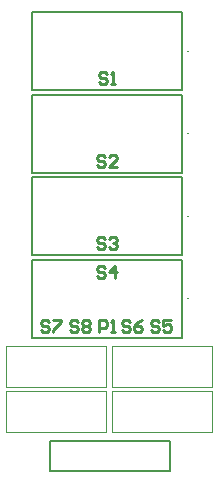
<source format=gto>
G04*
G04 #@! TF.GenerationSoftware,Altium Limited,Altium Designer,23.0.1 (38)*
G04*
G04 Layer_Color=65535*
%FSLAX44Y44*%
%MOMM*%
G71*
G04*
G04 #@! TF.SameCoordinates,7A5085C4-4797-47AF-811B-807956FF0137*
G04*
G04*
G04 #@! TF.FilePolarity,Positive*
G04*
G01*
G75*
%ADD10C,0.1000*%
%ADD11C,0.2000*%
%ADD12C,0.2540*%
D10*
X171870Y363220D02*
G03*
X170870Y363220I-500J0D01*
G01*
D02*
G03*
X171870Y363220I500J0D01*
G01*
Y293370D02*
G03*
X170870Y293370I-500J0D01*
G01*
D02*
G03*
X171870Y293370I500J0D01*
G01*
X170870Y153670D02*
G03*
X171870Y153670I500J0D01*
G01*
D02*
G03*
X170870Y153670I-500J0D01*
G01*
Y223520D02*
G03*
X171870Y223520I500J0D01*
G01*
D02*
G03*
X170870Y223520I-500J0D01*
G01*
X191960Y79020D02*
Y114020D01*
X106960D02*
X191960D01*
X106960Y79020D02*
Y114020D01*
Y79020D02*
X191960D01*
Y40920D02*
Y75920D01*
X106960D02*
X191960D01*
X106960Y40920D02*
Y75920D01*
Y40920D02*
X191960D01*
X102190D02*
Y75920D01*
X17190D02*
X102190D01*
X17190Y40920D02*
Y75920D01*
Y40920D02*
X102190D01*
Y79020D02*
Y114020D01*
X17190D02*
X102190D01*
X17190Y79020D02*
Y114020D01*
Y79020D02*
X102190D01*
D11*
X39370Y330220D02*
X166370D01*
Y396220D01*
X39370D02*
X166370D01*
X39370Y330220D02*
Y396220D01*
Y260370D02*
X166370D01*
Y326370D01*
X39370D02*
X166370D01*
X39370Y260370D02*
Y326370D01*
X156210Y7620D02*
Y33020D01*
X54610Y7620D02*
X156210D01*
X54610Y33020D02*
X156210D01*
X54610Y7620D02*
Y33020D01*
X39370Y120670D02*
Y186670D01*
X166370D01*
Y120670D02*
Y186670D01*
X39370Y120670D02*
X166370D01*
X39370Y190520D02*
Y256520D01*
X166370D01*
Y190520D02*
Y256520D01*
X39370Y190520D02*
X166370D01*
D12*
X96099Y125732D02*
Y135888D01*
X101177D01*
X102870Y134196D01*
Y130810D01*
X101177Y129117D01*
X96099D01*
X106256Y125732D02*
X109641D01*
X107948D01*
Y135888D01*
X106256Y134196D01*
X78047D02*
X76355Y135888D01*
X72969D01*
X71276Y134196D01*
Y132503D01*
X72969Y130810D01*
X76355D01*
X78047Y129117D01*
Y127424D01*
X76355Y125732D01*
X72969D01*
X71276Y127424D01*
X81433Y134196D02*
X83126Y135888D01*
X86511D01*
X88204Y134196D01*
Y132503D01*
X86511Y130810D01*
X88204Y129117D01*
Y127424D01*
X86511Y125732D01*
X83126D01*
X81433Y127424D01*
Y129117D01*
X83126Y130810D01*
X81433Y132503D01*
Y134196D01*
X83126Y130810D02*
X86511D01*
X54187Y134196D02*
X52494Y135888D01*
X49109D01*
X47416Y134196D01*
Y132503D01*
X49109Y130810D01*
X52494D01*
X54187Y129117D01*
Y127424D01*
X52494Y125732D01*
X49109D01*
X47416Y127424D01*
X57573Y135888D02*
X64344D01*
Y134196D01*
X57573Y127424D01*
Y125732D01*
X122767Y134196D02*
X121074Y135888D01*
X117689D01*
X115996Y134196D01*
Y132503D01*
X117689Y130810D01*
X121074D01*
X122767Y129117D01*
Y127424D01*
X121074Y125732D01*
X117689D01*
X115996Y127424D01*
X132924Y135888D02*
X129538Y134196D01*
X126153Y130810D01*
Y127424D01*
X127846Y125732D01*
X131231D01*
X132924Y127424D01*
Y129117D01*
X131231Y130810D01*
X126153D01*
X146897Y134196D02*
X145204Y135888D01*
X141819D01*
X140126Y134196D01*
Y132503D01*
X141819Y130810D01*
X145204D01*
X146897Y129117D01*
Y127424D01*
X145204Y125732D01*
X141819D01*
X140126Y127424D01*
X157054Y135888D02*
X150283D01*
Y130810D01*
X153668Y132503D01*
X155361D01*
X157054Y130810D01*
Y127424D01*
X155361Y125732D01*
X151976D01*
X150283Y127424D01*
X101177Y179916D02*
X99484Y181608D01*
X96099D01*
X94406Y179916D01*
Y178223D01*
X96099Y176530D01*
X99484D01*
X101177Y174837D01*
Y173144D01*
X99484Y171452D01*
X96099D01*
X94406Y173144D01*
X109641Y171452D02*
Y181608D01*
X104563Y176530D01*
X111334D01*
X101177Y204046D02*
X99484Y205738D01*
X96099D01*
X94406Y204046D01*
Y202353D01*
X96099Y200660D01*
X99484D01*
X101177Y198967D01*
Y197274D01*
X99484Y195582D01*
X96099D01*
X94406Y197274D01*
X104563Y204046D02*
X106256Y205738D01*
X109641D01*
X111334Y204046D01*
Y202353D01*
X109641Y200660D01*
X107948D01*
X109641D01*
X111334Y198967D01*
Y197274D01*
X109641Y195582D01*
X106256D01*
X104563Y197274D01*
X101177Y273896D02*
X99484Y275588D01*
X96099D01*
X94406Y273896D01*
Y272203D01*
X96099Y270510D01*
X99484D01*
X101177Y268817D01*
Y267124D01*
X99484Y265432D01*
X96099D01*
X94406Y267124D01*
X111334Y265432D02*
X104563D01*
X111334Y272203D01*
Y273896D01*
X109641Y275588D01*
X106256D01*
X104563Y273896D01*
X102870Y343746D02*
X101177Y345438D01*
X97792D01*
X96099Y343746D01*
Y342053D01*
X97792Y340360D01*
X101177D01*
X102870Y338667D01*
Y336974D01*
X101177Y335282D01*
X97792D01*
X96099Y336974D01*
X106256Y335282D02*
X109641D01*
X107948D01*
Y345438D01*
X106256Y343746D01*
M02*

</source>
